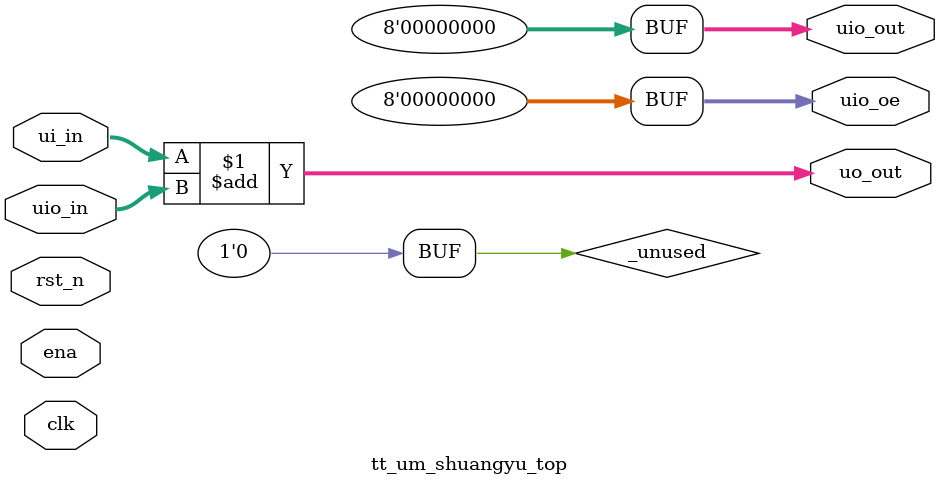
<source format=v>
/*
 * Copyright (c) 2024 JING Shuangyu
 * SPDX-License-Identifier: Apache-2.0
 */

`default_nettype none

module tt_um_shuangyu_top (
    input  wire [7:0] ui_in,    // Dedicated inputs
    output wire [7:0] uo_out,   // Dedicated outputs
    input  wire [7:0] uio_in,   // IOs: Input path
    output wire [7:0] uio_out,  // IOs: Output path
    output wire [7:0] uio_oe,   // IOs: Enable path (active high: 0=input, 1=output)
    input  wire       ena,      // always 1 when the design is powered, so you can ignore it
    input  wire       clk,      // clock
    input  wire       rst_n     // reset_n - low to reset
);

  // All output pins must be assigned. If not used, assign to 0.
  assign uo_out  = ui_in + uio_in;  // Example: ou_out is the sum of ui_in and uio_in
  assign uio_out = 0;
  assign uio_oe  = 0;

  // List all unused inputs to prevent warnings
  wire _unused = &{ena, clk, rst_n, 1'b0};

endmodule

</source>
